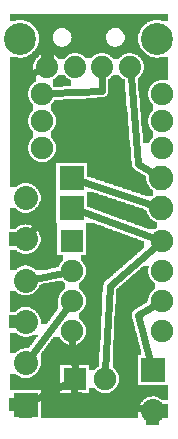
<source format=gbl>
G04 MADE WITH FRITZING*
G04 WWW.FRITZING.ORG*
G04 DOUBLE SIDED*
G04 HOLES PLATED*
G04 CONTOUR ON CENTER OF CONTOUR VECTOR*
%ASAXBY*%
%FSLAX23Y23*%
%MOIN*%
%OFA0B0*%
%SFA1.0B1.0*%
%ADD10C,0.075000*%
%ADD11C,0.074000*%
%ADD12C,0.106614*%
%ADD13C,0.082000*%
%ADD14C,0.080000*%
%ADD15R,0.075000X0.075000*%
%ADD16R,0.082000X0.082000*%
%ADD17R,0.080000X0.080000*%
%ADD18C,0.024000*%
%LNCOPPER0*%
G90*
G70*
G54D10*
X375Y1061D03*
X349Y615D03*
G54D11*
X440Y1209D03*
X346Y1209D03*
X258Y1209D03*
X164Y1209D03*
G54D12*
X74Y1304D03*
X530Y1304D03*
G54D10*
X146Y939D03*
X546Y939D03*
X146Y1119D03*
X546Y1119D03*
X256Y169D03*
X356Y169D03*
G54D13*
X246Y739D03*
X544Y739D03*
X246Y839D03*
X544Y839D03*
G54D14*
X516Y199D03*
X516Y61D03*
X92Y84D03*
X92Y222D03*
X92Y360D03*
X92Y497D03*
X92Y635D03*
X92Y773D03*
G54D10*
X246Y629D03*
X546Y629D03*
X246Y529D03*
X546Y529D03*
X246Y429D03*
X546Y429D03*
X246Y329D03*
X546Y329D03*
X146Y1029D03*
X546Y1029D03*
G54D15*
X256Y169D03*
G54D16*
X245Y739D03*
X245Y839D03*
G54D17*
X516Y199D03*
X92Y84D03*
G54D15*
X246Y629D03*
G54D18*
X218Y523D02*
X123Y504D01*
D02*
X522Y415D02*
X468Y382D01*
X468Y382D02*
X508Y229D01*
D02*
X514Y750D02*
X277Y829D01*
D02*
X346Y1180D02*
X346Y1130D01*
D02*
X346Y1130D02*
X175Y1121D01*
D02*
X517Y856D02*
X468Y886D01*
X468Y886D02*
X442Y1180D01*
D02*
X277Y728D02*
X520Y639D01*
D02*
X358Y198D02*
X372Y478D01*
X372Y478D02*
X525Y611D01*
D02*
X229Y406D02*
X111Y247D01*
D02*
X255Y198D02*
X248Y301D01*
D02*
X120Y98D02*
X231Y156D01*
D02*
X486Y68D02*
X252Y118D01*
X252Y118D02*
X254Y141D01*
D02*
X138Y1198D02*
X84Y1174D01*
X84Y1174D02*
X84Y886D01*
X84Y886D02*
X156Y862D01*
X156Y862D02*
X156Y718D01*
X156Y718D02*
X111Y660D01*
G36*
X200Y1182D02*
X200Y1180D01*
X198Y1180D01*
X198Y1178D01*
X196Y1178D01*
X196Y1176D01*
X194Y1176D01*
X194Y1174D01*
X192Y1174D01*
X192Y1172D01*
X190Y1172D01*
X190Y1170D01*
X186Y1170D01*
X186Y1168D01*
X182Y1168D01*
X182Y1148D01*
X184Y1148D01*
X184Y1144D01*
X216Y1144D01*
X216Y1146D01*
X244Y1146D01*
X244Y1166D01*
X240Y1166D01*
X240Y1168D01*
X236Y1168D01*
X236Y1170D01*
X232Y1170D01*
X232Y1172D01*
X230Y1172D01*
X230Y1174D01*
X228Y1174D01*
X228Y1176D01*
X226Y1176D01*
X226Y1178D01*
X224Y1178D01*
X224Y1180D01*
X222Y1180D01*
X222Y1182D01*
X200Y1182D01*
G37*
D02*
G36*
X296Y792D02*
X296Y744D01*
X300Y744D01*
X300Y742D01*
X306Y742D01*
X306Y740D01*
X310Y740D01*
X310Y738D01*
X316Y738D01*
X316Y736D01*
X322Y736D01*
X322Y734D01*
X328Y734D01*
X328Y732D01*
X332Y732D01*
X332Y730D01*
X338Y730D01*
X338Y728D01*
X344Y728D01*
X344Y726D01*
X350Y726D01*
X350Y724D01*
X354Y724D01*
X354Y722D01*
X360Y722D01*
X360Y720D01*
X366Y720D01*
X366Y718D01*
X370Y718D01*
X370Y716D01*
X376Y716D01*
X376Y714D01*
X382Y714D01*
X382Y712D01*
X388Y712D01*
X388Y710D01*
X392Y710D01*
X392Y708D01*
X398Y708D01*
X398Y706D01*
X404Y706D01*
X404Y704D01*
X410Y704D01*
X410Y702D01*
X414Y702D01*
X414Y700D01*
X420Y700D01*
X420Y698D01*
X426Y698D01*
X426Y696D01*
X430Y696D01*
X430Y694D01*
X436Y694D01*
X436Y692D01*
X442Y692D01*
X442Y690D01*
X448Y690D01*
X448Y688D01*
X452Y688D01*
X452Y686D01*
X458Y686D01*
X458Y684D01*
X464Y684D01*
X464Y682D01*
X470Y682D01*
X470Y680D01*
X474Y680D01*
X474Y678D01*
X480Y678D01*
X480Y676D01*
X486Y676D01*
X486Y674D01*
X490Y674D01*
X490Y672D01*
X496Y672D01*
X496Y670D01*
X502Y670D01*
X502Y668D01*
X522Y668D01*
X522Y670D01*
X526Y670D01*
X526Y672D01*
X530Y672D01*
X530Y692D01*
X526Y692D01*
X526Y694D01*
X522Y694D01*
X522Y696D01*
X518Y696D01*
X518Y698D01*
X516Y698D01*
X516Y700D01*
X514Y700D01*
X514Y702D01*
X510Y702D01*
X510Y704D01*
X508Y704D01*
X508Y708D01*
X506Y708D01*
X506Y710D01*
X504Y710D01*
X504Y712D01*
X502Y712D01*
X502Y716D01*
X500Y716D01*
X500Y718D01*
X498Y718D01*
X498Y722D01*
X496Y722D01*
X496Y728D01*
X494Y728D01*
X494Y734D01*
X488Y734D01*
X488Y736D01*
X482Y736D01*
X482Y738D01*
X476Y738D01*
X476Y740D01*
X470Y740D01*
X470Y742D01*
X464Y742D01*
X464Y744D01*
X458Y744D01*
X458Y746D01*
X452Y746D01*
X452Y748D01*
X446Y748D01*
X446Y750D01*
X440Y750D01*
X440Y752D01*
X434Y752D01*
X434Y754D01*
X428Y754D01*
X428Y756D01*
X422Y756D01*
X422Y758D01*
X416Y758D01*
X416Y760D01*
X410Y760D01*
X410Y762D01*
X404Y762D01*
X404Y764D01*
X398Y764D01*
X398Y766D01*
X392Y766D01*
X392Y768D01*
X386Y768D01*
X386Y770D01*
X380Y770D01*
X380Y772D01*
X374Y772D01*
X374Y774D01*
X368Y774D01*
X368Y776D01*
X362Y776D01*
X362Y778D01*
X356Y778D01*
X356Y780D01*
X350Y780D01*
X350Y782D01*
X344Y782D01*
X344Y784D01*
X338Y784D01*
X338Y786D01*
X332Y786D01*
X332Y788D01*
X326Y788D01*
X326Y790D01*
X320Y790D01*
X320Y792D01*
X296Y792D01*
G37*
D02*
G36*
X40Y1386D02*
X40Y1366D01*
X544Y1366D01*
X544Y1364D01*
X568Y1364D01*
X568Y1386D01*
X40Y1386D01*
G37*
D02*
G36*
X40Y1366D02*
X40Y1364D01*
X60Y1364D01*
X60Y1366D01*
X40Y1366D01*
G37*
D02*
G36*
X88Y1366D02*
X88Y1364D01*
X94Y1364D01*
X94Y1362D01*
X98Y1362D01*
X98Y1360D01*
X102Y1360D01*
X102Y1358D01*
X106Y1358D01*
X106Y1356D01*
X110Y1356D01*
X110Y1354D01*
X112Y1354D01*
X112Y1352D01*
X114Y1352D01*
X114Y1350D01*
X116Y1350D01*
X116Y1348D01*
X118Y1348D01*
X118Y1346D01*
X120Y1346D01*
X120Y1344D01*
X122Y1344D01*
X122Y1342D01*
X124Y1342D01*
X124Y1340D01*
X394Y1340D01*
X394Y1338D01*
X402Y1338D01*
X402Y1336D01*
X406Y1336D01*
X406Y1334D01*
X408Y1334D01*
X408Y1332D01*
X410Y1332D01*
X410Y1330D01*
X412Y1330D01*
X412Y1328D01*
X414Y1328D01*
X414Y1326D01*
X416Y1326D01*
X416Y1324D01*
X418Y1324D01*
X418Y1320D01*
X420Y1320D01*
X420Y1316D01*
X422Y1316D01*
X422Y1300D01*
X420Y1300D01*
X420Y1294D01*
X418Y1294D01*
X418Y1292D01*
X416Y1292D01*
X416Y1288D01*
X414Y1288D01*
X414Y1286D01*
X412Y1286D01*
X412Y1284D01*
X410Y1284D01*
X410Y1282D01*
X406Y1282D01*
X406Y1280D01*
X402Y1280D01*
X402Y1278D01*
X398Y1278D01*
X398Y1276D01*
X474Y1276D01*
X474Y1278D01*
X472Y1278D01*
X472Y1284D01*
X470Y1284D01*
X470Y1290D01*
X468Y1290D01*
X468Y1318D01*
X470Y1318D01*
X470Y1324D01*
X472Y1324D01*
X472Y1328D01*
X474Y1328D01*
X474Y1332D01*
X476Y1332D01*
X476Y1336D01*
X478Y1336D01*
X478Y1338D01*
X480Y1338D01*
X480Y1342D01*
X482Y1342D01*
X482Y1344D01*
X484Y1344D01*
X484Y1346D01*
X486Y1346D01*
X486Y1348D01*
X488Y1348D01*
X488Y1350D01*
X490Y1350D01*
X490Y1352D01*
X492Y1352D01*
X492Y1354D01*
X496Y1354D01*
X496Y1356D01*
X498Y1356D01*
X498Y1358D01*
X502Y1358D01*
X502Y1360D01*
X506Y1360D01*
X506Y1362D01*
X510Y1362D01*
X510Y1364D01*
X516Y1364D01*
X516Y1366D01*
X88Y1366D01*
G37*
D02*
G36*
X126Y1340D02*
X126Y1336D01*
X128Y1336D01*
X128Y1332D01*
X130Y1332D01*
X130Y1328D01*
X132Y1328D01*
X132Y1324D01*
X134Y1324D01*
X134Y1318D01*
X136Y1318D01*
X136Y1290D01*
X134Y1290D01*
X134Y1284D01*
X132Y1284D01*
X132Y1278D01*
X130Y1278D01*
X130Y1276D01*
X206Y1276D01*
X206Y1278D01*
X202Y1278D01*
X202Y1280D01*
X198Y1280D01*
X198Y1282D01*
X194Y1282D01*
X194Y1284D01*
X192Y1284D01*
X192Y1286D01*
X190Y1286D01*
X190Y1288D01*
X188Y1288D01*
X188Y1292D01*
X186Y1292D01*
X186Y1296D01*
X184Y1296D01*
X184Y1300D01*
X182Y1300D01*
X182Y1316D01*
X184Y1316D01*
X184Y1320D01*
X186Y1320D01*
X186Y1324D01*
X188Y1324D01*
X188Y1326D01*
X190Y1326D01*
X190Y1328D01*
X192Y1328D01*
X192Y1330D01*
X194Y1330D01*
X194Y1332D01*
X196Y1332D01*
X196Y1334D01*
X198Y1334D01*
X198Y1336D01*
X202Y1336D01*
X202Y1338D01*
X210Y1338D01*
X210Y1340D01*
X126Y1340D01*
G37*
D02*
G36*
X216Y1340D02*
X216Y1338D01*
X224Y1338D01*
X224Y1336D01*
X228Y1336D01*
X228Y1334D01*
X232Y1334D01*
X232Y1332D01*
X234Y1332D01*
X234Y1330D01*
X236Y1330D01*
X236Y1328D01*
X238Y1328D01*
X238Y1326D01*
X240Y1326D01*
X240Y1322D01*
X242Y1322D01*
X242Y1318D01*
X244Y1318D01*
X244Y1308D01*
X246Y1308D01*
X246Y1306D01*
X244Y1306D01*
X244Y1298D01*
X242Y1298D01*
X242Y1294D01*
X240Y1294D01*
X240Y1290D01*
X238Y1290D01*
X238Y1288D01*
X236Y1288D01*
X236Y1286D01*
X234Y1286D01*
X234Y1284D01*
X232Y1284D01*
X232Y1282D01*
X230Y1282D01*
X230Y1280D01*
X226Y1280D01*
X226Y1278D01*
X220Y1278D01*
X220Y1276D01*
X384Y1276D01*
X384Y1278D01*
X378Y1278D01*
X378Y1280D01*
X374Y1280D01*
X374Y1282D01*
X372Y1282D01*
X372Y1284D01*
X370Y1284D01*
X370Y1286D01*
X368Y1286D01*
X368Y1288D01*
X366Y1288D01*
X366Y1290D01*
X364Y1290D01*
X364Y1294D01*
X362Y1294D01*
X362Y1298D01*
X360Y1298D01*
X360Y1318D01*
X362Y1318D01*
X362Y1322D01*
X364Y1322D01*
X364Y1324D01*
X366Y1324D01*
X366Y1328D01*
X368Y1328D01*
X368Y1330D01*
X370Y1330D01*
X370Y1332D01*
X372Y1332D01*
X372Y1334D01*
X376Y1334D01*
X376Y1336D01*
X380Y1336D01*
X380Y1338D01*
X388Y1338D01*
X388Y1340D01*
X216Y1340D01*
G37*
D02*
G36*
X130Y1276D02*
X130Y1274D01*
X474Y1274D01*
X474Y1276D01*
X130Y1276D01*
G37*
D02*
G36*
X130Y1276D02*
X130Y1274D01*
X474Y1274D01*
X474Y1276D01*
X130Y1276D01*
G37*
D02*
G36*
X130Y1276D02*
X130Y1274D01*
X474Y1274D01*
X474Y1276D01*
X130Y1276D01*
G37*
D02*
G36*
X128Y1274D02*
X128Y1272D01*
X126Y1272D01*
X126Y1268D01*
X124Y1268D01*
X124Y1266D01*
X122Y1266D01*
X122Y1264D01*
X120Y1264D01*
X120Y1262D01*
X118Y1262D01*
X118Y1260D01*
X116Y1260D01*
X116Y1258D01*
X114Y1258D01*
X114Y1256D01*
X448Y1256D01*
X448Y1254D01*
X454Y1254D01*
X454Y1252D01*
X458Y1252D01*
X458Y1250D01*
X462Y1250D01*
X462Y1248D01*
X466Y1248D01*
X466Y1246D01*
X468Y1246D01*
X468Y1244D01*
X470Y1244D01*
X470Y1242D01*
X472Y1242D01*
X472Y1240D01*
X522Y1240D01*
X522Y1242D01*
X514Y1242D01*
X514Y1244D01*
X508Y1244D01*
X508Y1246D01*
X504Y1246D01*
X504Y1248D01*
X500Y1248D01*
X500Y1250D01*
X498Y1250D01*
X498Y1252D01*
X494Y1252D01*
X494Y1254D01*
X492Y1254D01*
X492Y1256D01*
X490Y1256D01*
X490Y1258D01*
X488Y1258D01*
X488Y1260D01*
X486Y1260D01*
X486Y1262D01*
X484Y1262D01*
X484Y1264D01*
X482Y1264D01*
X482Y1266D01*
X480Y1266D01*
X480Y1268D01*
X478Y1268D01*
X478Y1272D01*
X476Y1272D01*
X476Y1274D01*
X128Y1274D01*
G37*
D02*
G36*
X112Y1256D02*
X112Y1254D01*
X110Y1254D01*
X110Y1252D01*
X108Y1252D01*
X108Y1250D01*
X104Y1250D01*
X104Y1248D01*
X100Y1248D01*
X100Y1246D01*
X96Y1246D01*
X96Y1244D01*
X90Y1244D01*
X90Y1242D01*
X82Y1242D01*
X82Y1240D01*
X132Y1240D01*
X132Y1242D01*
X134Y1242D01*
X134Y1244D01*
X136Y1244D01*
X136Y1246D01*
X138Y1246D01*
X138Y1248D01*
X142Y1248D01*
X142Y1250D01*
X146Y1250D01*
X146Y1252D01*
X150Y1252D01*
X150Y1254D01*
X156Y1254D01*
X156Y1256D01*
X112Y1256D01*
G37*
D02*
G36*
X174Y1256D02*
X174Y1254D01*
X180Y1254D01*
X180Y1252D01*
X184Y1252D01*
X184Y1250D01*
X186Y1250D01*
X186Y1248D01*
X190Y1248D01*
X190Y1246D01*
X192Y1246D01*
X192Y1244D01*
X194Y1244D01*
X194Y1242D01*
X196Y1242D01*
X196Y1240D01*
X198Y1240D01*
X198Y1238D01*
X200Y1238D01*
X200Y1236D01*
X222Y1236D01*
X222Y1238D01*
X224Y1238D01*
X224Y1240D01*
X226Y1240D01*
X226Y1242D01*
X228Y1242D01*
X228Y1244D01*
X230Y1244D01*
X230Y1246D01*
X232Y1246D01*
X232Y1248D01*
X236Y1248D01*
X236Y1250D01*
X238Y1250D01*
X238Y1252D01*
X242Y1252D01*
X242Y1254D01*
X248Y1254D01*
X248Y1256D01*
X174Y1256D01*
G37*
D02*
G36*
X266Y1256D02*
X266Y1254D01*
X272Y1254D01*
X272Y1252D01*
X276Y1252D01*
X276Y1250D01*
X280Y1250D01*
X280Y1248D01*
X284Y1248D01*
X284Y1246D01*
X286Y1246D01*
X286Y1244D01*
X288Y1244D01*
X288Y1242D01*
X290Y1242D01*
X290Y1240D01*
X292Y1240D01*
X292Y1238D01*
X312Y1238D01*
X312Y1240D01*
X314Y1240D01*
X314Y1242D01*
X316Y1242D01*
X316Y1244D01*
X318Y1244D01*
X318Y1246D01*
X320Y1246D01*
X320Y1248D01*
X324Y1248D01*
X324Y1250D01*
X328Y1250D01*
X328Y1252D01*
X332Y1252D01*
X332Y1254D01*
X338Y1254D01*
X338Y1256D01*
X266Y1256D01*
G37*
D02*
G36*
X356Y1256D02*
X356Y1254D01*
X362Y1254D01*
X362Y1252D01*
X366Y1252D01*
X366Y1250D01*
X368Y1250D01*
X368Y1248D01*
X372Y1248D01*
X372Y1246D01*
X374Y1246D01*
X374Y1244D01*
X376Y1244D01*
X376Y1242D01*
X380Y1242D01*
X380Y1238D01*
X382Y1238D01*
X382Y1236D01*
X404Y1236D01*
X404Y1238D01*
X406Y1238D01*
X406Y1240D01*
X408Y1240D01*
X408Y1242D01*
X410Y1242D01*
X410Y1244D01*
X412Y1244D01*
X412Y1246D01*
X414Y1246D01*
X414Y1248D01*
X418Y1248D01*
X418Y1250D01*
X420Y1250D01*
X420Y1252D01*
X426Y1252D01*
X426Y1254D01*
X430Y1254D01*
X430Y1256D01*
X356Y1256D01*
G37*
D02*
G36*
X548Y1244D02*
X548Y1242D01*
X538Y1242D01*
X538Y1240D01*
X568Y1240D01*
X568Y1244D01*
X548Y1244D01*
G37*
D02*
G36*
X40Y1242D02*
X40Y1240D01*
X66Y1240D01*
X66Y1242D01*
X40Y1242D01*
G37*
D02*
G36*
X40Y1240D02*
X40Y1238D01*
X130Y1238D01*
X130Y1240D01*
X40Y1240D01*
G37*
D02*
G36*
X40Y1240D02*
X40Y1238D01*
X130Y1238D01*
X130Y1240D01*
X40Y1240D01*
G37*
D02*
G36*
X474Y1240D02*
X474Y1238D01*
X568Y1238D01*
X568Y1240D01*
X474Y1240D01*
G37*
D02*
G36*
X474Y1240D02*
X474Y1238D01*
X568Y1238D01*
X568Y1240D01*
X474Y1240D01*
G37*
D02*
G36*
X40Y1238D02*
X40Y892D01*
X138Y892D01*
X138Y894D01*
X132Y894D01*
X132Y896D01*
X128Y896D01*
X128Y898D01*
X124Y898D01*
X124Y900D01*
X120Y900D01*
X120Y902D01*
X118Y902D01*
X118Y904D01*
X116Y904D01*
X116Y906D01*
X114Y906D01*
X114Y908D01*
X112Y908D01*
X112Y910D01*
X110Y910D01*
X110Y912D01*
X108Y912D01*
X108Y916D01*
X106Y916D01*
X106Y918D01*
X104Y918D01*
X104Y922D01*
X102Y922D01*
X102Y928D01*
X100Y928D01*
X100Y938D01*
X98Y938D01*
X98Y940D01*
X100Y940D01*
X100Y950D01*
X102Y950D01*
X102Y956D01*
X104Y956D01*
X104Y960D01*
X106Y960D01*
X106Y964D01*
X108Y964D01*
X108Y966D01*
X110Y966D01*
X110Y968D01*
X112Y968D01*
X112Y970D01*
X114Y970D01*
X114Y972D01*
X116Y972D01*
X116Y974D01*
X118Y974D01*
X118Y994D01*
X116Y994D01*
X116Y996D01*
X114Y996D01*
X114Y998D01*
X112Y998D01*
X112Y1000D01*
X110Y1000D01*
X110Y1002D01*
X108Y1002D01*
X108Y1006D01*
X106Y1006D01*
X106Y1008D01*
X104Y1008D01*
X104Y1012D01*
X102Y1012D01*
X102Y1018D01*
X100Y1018D01*
X100Y1028D01*
X98Y1028D01*
X98Y1030D01*
X100Y1030D01*
X100Y1040D01*
X102Y1040D01*
X102Y1046D01*
X104Y1046D01*
X104Y1050D01*
X106Y1050D01*
X106Y1054D01*
X108Y1054D01*
X108Y1056D01*
X110Y1056D01*
X110Y1058D01*
X112Y1058D01*
X112Y1060D01*
X114Y1060D01*
X114Y1062D01*
X116Y1062D01*
X116Y1064D01*
X118Y1064D01*
X118Y1084D01*
X116Y1084D01*
X116Y1086D01*
X114Y1086D01*
X114Y1088D01*
X112Y1088D01*
X112Y1090D01*
X110Y1090D01*
X110Y1092D01*
X108Y1092D01*
X108Y1096D01*
X106Y1096D01*
X106Y1098D01*
X104Y1098D01*
X104Y1102D01*
X102Y1102D01*
X102Y1108D01*
X100Y1108D01*
X100Y1118D01*
X98Y1118D01*
X98Y1120D01*
X100Y1120D01*
X100Y1130D01*
X102Y1130D01*
X102Y1136D01*
X104Y1136D01*
X104Y1140D01*
X106Y1140D01*
X106Y1144D01*
X108Y1144D01*
X108Y1146D01*
X110Y1146D01*
X110Y1148D01*
X112Y1148D01*
X112Y1150D01*
X114Y1150D01*
X114Y1152D01*
X116Y1152D01*
X116Y1154D01*
X118Y1154D01*
X118Y1156D01*
X120Y1156D01*
X120Y1158D01*
X122Y1158D01*
X122Y1160D01*
X126Y1160D01*
X126Y1162D01*
X128Y1162D01*
X128Y1182D01*
X126Y1182D01*
X126Y1186D01*
X124Y1186D01*
X124Y1190D01*
X122Y1190D01*
X122Y1192D01*
X120Y1192D01*
X120Y1198D01*
X118Y1198D01*
X118Y1220D01*
X120Y1220D01*
X120Y1226D01*
X122Y1226D01*
X122Y1230D01*
X124Y1230D01*
X124Y1232D01*
X126Y1232D01*
X126Y1236D01*
X128Y1236D01*
X128Y1238D01*
X40Y1238D01*
G37*
D02*
G36*
X476Y1238D02*
X476Y1236D01*
X478Y1236D01*
X478Y1232D01*
X480Y1232D01*
X480Y1230D01*
X482Y1230D01*
X482Y1226D01*
X484Y1226D01*
X484Y1220D01*
X486Y1220D01*
X486Y1198D01*
X484Y1198D01*
X484Y1192D01*
X482Y1192D01*
X482Y1188D01*
X480Y1188D01*
X480Y1186D01*
X478Y1186D01*
X478Y1182D01*
X476Y1182D01*
X476Y1180D01*
X474Y1180D01*
X474Y1178D01*
X472Y1178D01*
X472Y1176D01*
X470Y1176D01*
X470Y1174D01*
X468Y1174D01*
X468Y1172D01*
X466Y1172D01*
X466Y1152D01*
X468Y1152D01*
X468Y1128D01*
X470Y1128D01*
X470Y1106D01*
X472Y1106D01*
X472Y1082D01*
X474Y1082D01*
X474Y1060D01*
X476Y1060D01*
X476Y1036D01*
X478Y1036D01*
X478Y1014D01*
X480Y1014D01*
X480Y990D01*
X482Y990D01*
X482Y968D01*
X484Y968D01*
X484Y956D01*
X504Y956D01*
X504Y960D01*
X506Y960D01*
X506Y964D01*
X508Y964D01*
X508Y966D01*
X510Y966D01*
X510Y968D01*
X512Y968D01*
X512Y970D01*
X514Y970D01*
X514Y972D01*
X516Y972D01*
X516Y974D01*
X518Y974D01*
X518Y994D01*
X516Y994D01*
X516Y996D01*
X514Y996D01*
X514Y998D01*
X512Y998D01*
X512Y1000D01*
X510Y1000D01*
X510Y1002D01*
X508Y1002D01*
X508Y1006D01*
X506Y1006D01*
X506Y1008D01*
X504Y1008D01*
X504Y1012D01*
X502Y1012D01*
X502Y1018D01*
X500Y1018D01*
X500Y1028D01*
X498Y1028D01*
X498Y1030D01*
X500Y1030D01*
X500Y1040D01*
X502Y1040D01*
X502Y1046D01*
X504Y1046D01*
X504Y1050D01*
X506Y1050D01*
X506Y1054D01*
X508Y1054D01*
X508Y1056D01*
X510Y1056D01*
X510Y1058D01*
X512Y1058D01*
X512Y1060D01*
X514Y1060D01*
X514Y1062D01*
X516Y1062D01*
X516Y1064D01*
X518Y1064D01*
X518Y1084D01*
X516Y1084D01*
X516Y1086D01*
X514Y1086D01*
X514Y1088D01*
X512Y1088D01*
X512Y1090D01*
X510Y1090D01*
X510Y1092D01*
X508Y1092D01*
X508Y1096D01*
X506Y1096D01*
X506Y1098D01*
X504Y1098D01*
X504Y1102D01*
X502Y1102D01*
X502Y1108D01*
X500Y1108D01*
X500Y1118D01*
X498Y1118D01*
X498Y1120D01*
X500Y1120D01*
X500Y1130D01*
X502Y1130D01*
X502Y1136D01*
X504Y1136D01*
X504Y1140D01*
X506Y1140D01*
X506Y1144D01*
X508Y1144D01*
X508Y1146D01*
X510Y1146D01*
X510Y1148D01*
X512Y1148D01*
X512Y1150D01*
X514Y1150D01*
X514Y1152D01*
X516Y1152D01*
X516Y1154D01*
X518Y1154D01*
X518Y1156D01*
X520Y1156D01*
X520Y1158D01*
X522Y1158D01*
X522Y1160D01*
X526Y1160D01*
X526Y1162D01*
X530Y1162D01*
X530Y1164D01*
X536Y1164D01*
X536Y1166D01*
X568Y1166D01*
X568Y1238D01*
X476Y1238D01*
G37*
D02*
G36*
X382Y1182D02*
X382Y1180D01*
X380Y1180D01*
X380Y1178D01*
X378Y1178D01*
X378Y1176D01*
X376Y1176D01*
X376Y1174D01*
X374Y1174D01*
X374Y1172D01*
X372Y1172D01*
X372Y1170D01*
X368Y1170D01*
X368Y1122D01*
X366Y1122D01*
X366Y1118D01*
X364Y1118D01*
X364Y1116D01*
X362Y1116D01*
X362Y1114D01*
X360Y1114D01*
X360Y1112D01*
X358Y1112D01*
X358Y1110D01*
X352Y1110D01*
X352Y1108D01*
X330Y1108D01*
X330Y1106D01*
X292Y1106D01*
X292Y1104D01*
X254Y1104D01*
X254Y1102D01*
X218Y1102D01*
X218Y1100D01*
X188Y1100D01*
X188Y1098D01*
X186Y1098D01*
X186Y1094D01*
X184Y1094D01*
X184Y1092D01*
X182Y1092D01*
X182Y1090D01*
X180Y1090D01*
X180Y1086D01*
X178Y1086D01*
X178Y1084D01*
X176Y1084D01*
X176Y1064D01*
X178Y1064D01*
X178Y1062D01*
X180Y1062D01*
X180Y1060D01*
X182Y1060D01*
X182Y1058D01*
X184Y1058D01*
X184Y1054D01*
X186Y1054D01*
X186Y1052D01*
X188Y1052D01*
X188Y1048D01*
X190Y1048D01*
X190Y1044D01*
X192Y1044D01*
X192Y1038D01*
X194Y1038D01*
X194Y1022D01*
X192Y1022D01*
X192Y1016D01*
X190Y1016D01*
X190Y1010D01*
X188Y1010D01*
X188Y1008D01*
X186Y1008D01*
X186Y1004D01*
X184Y1004D01*
X184Y1002D01*
X182Y1002D01*
X182Y1000D01*
X180Y1000D01*
X180Y996D01*
X178Y996D01*
X178Y994D01*
X176Y994D01*
X176Y974D01*
X178Y974D01*
X178Y972D01*
X180Y972D01*
X180Y970D01*
X182Y970D01*
X182Y968D01*
X184Y968D01*
X184Y964D01*
X186Y964D01*
X186Y962D01*
X188Y962D01*
X188Y958D01*
X190Y958D01*
X190Y954D01*
X192Y954D01*
X192Y948D01*
X194Y948D01*
X194Y932D01*
X192Y932D01*
X192Y926D01*
X190Y926D01*
X190Y920D01*
X188Y920D01*
X188Y918D01*
X186Y918D01*
X186Y914D01*
X184Y914D01*
X184Y912D01*
X182Y912D01*
X182Y910D01*
X180Y910D01*
X180Y906D01*
X178Y906D01*
X178Y904D01*
X174Y904D01*
X174Y902D01*
X172Y902D01*
X172Y900D01*
X170Y900D01*
X170Y898D01*
X166Y898D01*
X166Y896D01*
X162Y896D01*
X162Y894D01*
X156Y894D01*
X156Y892D01*
X446Y892D01*
X446Y896D01*
X444Y896D01*
X444Y920D01*
X442Y920D01*
X442Y942D01*
X440Y942D01*
X440Y966D01*
X438Y966D01*
X438Y988D01*
X436Y988D01*
X436Y1012D01*
X434Y1012D01*
X434Y1034D01*
X432Y1034D01*
X432Y1058D01*
X430Y1058D01*
X430Y1080D01*
X428Y1080D01*
X428Y1104D01*
X426Y1104D01*
X426Y1126D01*
X424Y1126D01*
X424Y1150D01*
X422Y1150D01*
X422Y1168D01*
X418Y1168D01*
X418Y1170D01*
X414Y1170D01*
X414Y1172D01*
X412Y1172D01*
X412Y1174D01*
X410Y1174D01*
X410Y1176D01*
X408Y1176D01*
X408Y1178D01*
X406Y1178D01*
X406Y1180D01*
X404Y1180D01*
X404Y1182D01*
X382Y1182D01*
G37*
D02*
G36*
X40Y892D02*
X40Y890D01*
X446Y890D01*
X446Y892D01*
X40Y892D01*
G37*
D02*
G36*
X40Y892D02*
X40Y890D01*
X446Y890D01*
X446Y892D01*
X40Y892D01*
G37*
D02*
G36*
X40Y890D02*
X40Y822D01*
X104Y822D01*
X104Y820D01*
X110Y820D01*
X110Y818D01*
X114Y818D01*
X114Y816D01*
X116Y816D01*
X116Y814D01*
X120Y814D01*
X120Y812D01*
X122Y812D01*
X122Y810D01*
X124Y810D01*
X124Y808D01*
X126Y808D01*
X126Y806D01*
X128Y806D01*
X128Y804D01*
X130Y804D01*
X130Y802D01*
X132Y802D01*
X132Y800D01*
X134Y800D01*
X134Y796D01*
X136Y796D01*
X136Y792D01*
X138Y792D01*
X138Y788D01*
X140Y788D01*
X140Y782D01*
X142Y782D01*
X142Y764D01*
X140Y764D01*
X140Y758D01*
X138Y758D01*
X138Y754D01*
X136Y754D01*
X136Y750D01*
X134Y750D01*
X134Y746D01*
X132Y746D01*
X132Y744D01*
X130Y744D01*
X130Y742D01*
X128Y742D01*
X128Y740D01*
X126Y740D01*
X126Y738D01*
X124Y738D01*
X124Y736D01*
X122Y736D01*
X122Y734D01*
X120Y734D01*
X120Y732D01*
X116Y732D01*
X116Y730D01*
X114Y730D01*
X114Y728D01*
X110Y728D01*
X110Y726D01*
X104Y726D01*
X104Y724D01*
X94Y724D01*
X94Y722D01*
X194Y722D01*
X194Y890D01*
X40Y890D01*
G37*
D02*
G36*
X296Y890D02*
X296Y846D01*
X298Y846D01*
X298Y844D01*
X304Y844D01*
X304Y842D01*
X310Y842D01*
X310Y840D01*
X316Y840D01*
X316Y838D01*
X322Y838D01*
X322Y836D01*
X328Y836D01*
X328Y834D01*
X334Y834D01*
X334Y832D01*
X340Y832D01*
X340Y830D01*
X346Y830D01*
X346Y828D01*
X352Y828D01*
X352Y826D01*
X358Y826D01*
X358Y824D01*
X364Y824D01*
X364Y822D01*
X370Y822D01*
X370Y820D01*
X376Y820D01*
X376Y818D01*
X382Y818D01*
X382Y816D01*
X388Y816D01*
X388Y814D01*
X394Y814D01*
X394Y812D01*
X400Y812D01*
X400Y810D01*
X406Y810D01*
X406Y808D01*
X412Y808D01*
X412Y806D01*
X418Y806D01*
X418Y804D01*
X424Y804D01*
X424Y802D01*
X430Y802D01*
X430Y800D01*
X436Y800D01*
X436Y798D01*
X442Y798D01*
X442Y796D01*
X448Y796D01*
X448Y794D01*
X454Y794D01*
X454Y792D01*
X460Y792D01*
X460Y790D01*
X466Y790D01*
X466Y788D01*
X472Y788D01*
X472Y786D01*
X478Y786D01*
X478Y784D01*
X484Y784D01*
X484Y782D01*
X490Y782D01*
X490Y780D01*
X496Y780D01*
X496Y778D01*
X516Y778D01*
X516Y800D01*
X514Y800D01*
X514Y802D01*
X510Y802D01*
X510Y804D01*
X508Y804D01*
X508Y808D01*
X506Y808D01*
X506Y810D01*
X504Y810D01*
X504Y812D01*
X502Y812D01*
X502Y816D01*
X500Y816D01*
X500Y818D01*
X498Y818D01*
X498Y822D01*
X496Y822D01*
X496Y828D01*
X494Y828D01*
X494Y844D01*
X492Y844D01*
X492Y846D01*
X490Y846D01*
X490Y848D01*
X486Y848D01*
X486Y850D01*
X484Y850D01*
X484Y852D01*
X480Y852D01*
X480Y854D01*
X476Y854D01*
X476Y856D01*
X474Y856D01*
X474Y858D01*
X470Y858D01*
X470Y860D01*
X466Y860D01*
X466Y862D01*
X464Y862D01*
X464Y864D01*
X460Y864D01*
X460Y866D01*
X456Y866D01*
X456Y868D01*
X454Y868D01*
X454Y870D01*
X452Y870D01*
X452Y872D01*
X450Y872D01*
X450Y876D01*
X448Y876D01*
X448Y880D01*
X446Y880D01*
X446Y890D01*
X296Y890D01*
G37*
D02*
G36*
X40Y822D02*
X40Y808D01*
X60Y808D01*
X60Y810D01*
X62Y810D01*
X62Y812D01*
X64Y812D01*
X64Y814D01*
X68Y814D01*
X68Y816D01*
X72Y816D01*
X72Y818D01*
X74Y818D01*
X74Y820D01*
X80Y820D01*
X80Y822D01*
X40Y822D01*
G37*
D02*
G36*
X40Y738D02*
X40Y722D01*
X90Y722D01*
X90Y724D01*
X80Y724D01*
X80Y726D01*
X74Y726D01*
X74Y728D01*
X70Y728D01*
X70Y730D01*
X68Y730D01*
X68Y732D01*
X64Y732D01*
X64Y734D01*
X62Y734D01*
X62Y736D01*
X60Y736D01*
X60Y738D01*
X40Y738D01*
G37*
D02*
G36*
X40Y722D02*
X40Y720D01*
X194Y720D01*
X194Y722D01*
X40Y722D01*
G37*
D02*
G36*
X40Y722D02*
X40Y720D01*
X194Y720D01*
X194Y722D01*
X40Y722D01*
G37*
D02*
G36*
X40Y720D02*
X40Y686D01*
X94Y686D01*
X94Y684D01*
X104Y684D01*
X104Y682D01*
X110Y682D01*
X110Y680D01*
X114Y680D01*
X114Y678D01*
X116Y678D01*
X116Y676D01*
X120Y676D01*
X120Y674D01*
X122Y674D01*
X122Y672D01*
X124Y672D01*
X124Y670D01*
X126Y670D01*
X126Y668D01*
X128Y668D01*
X128Y666D01*
X130Y666D01*
X130Y664D01*
X132Y664D01*
X132Y662D01*
X134Y662D01*
X134Y658D01*
X136Y658D01*
X136Y654D01*
X138Y654D01*
X138Y650D01*
X140Y650D01*
X140Y644D01*
X142Y644D01*
X142Y626D01*
X140Y626D01*
X140Y620D01*
X138Y620D01*
X138Y616D01*
X136Y616D01*
X136Y612D01*
X134Y612D01*
X134Y608D01*
X132Y608D01*
X132Y606D01*
X130Y606D01*
X130Y604D01*
X128Y604D01*
X128Y602D01*
X126Y602D01*
X126Y600D01*
X124Y600D01*
X124Y598D01*
X122Y598D01*
X122Y596D01*
X120Y596D01*
X120Y594D01*
X116Y594D01*
X116Y592D01*
X114Y592D01*
X114Y590D01*
X110Y590D01*
X110Y588D01*
X104Y588D01*
X104Y586D01*
X198Y586D01*
X198Y688D01*
X194Y688D01*
X194Y720D01*
X40Y720D01*
G37*
D02*
G36*
X40Y686D02*
X40Y670D01*
X60Y670D01*
X60Y672D01*
X62Y672D01*
X62Y674D01*
X64Y674D01*
X64Y676D01*
X68Y676D01*
X68Y678D01*
X70Y678D01*
X70Y680D01*
X74Y680D01*
X74Y682D01*
X80Y682D01*
X80Y684D01*
X90Y684D01*
X90Y686D01*
X40Y686D01*
G37*
D02*
G36*
X40Y600D02*
X40Y586D01*
X80Y586D01*
X80Y588D01*
X74Y588D01*
X74Y590D01*
X72Y590D01*
X72Y592D01*
X68Y592D01*
X68Y594D01*
X64Y594D01*
X64Y596D01*
X62Y596D01*
X62Y598D01*
X60Y598D01*
X60Y600D01*
X40Y600D01*
G37*
D02*
G36*
X40Y586D02*
X40Y584D01*
X198Y584D01*
X198Y586D01*
X40Y586D01*
G37*
D02*
G36*
X40Y586D02*
X40Y584D01*
X198Y584D01*
X198Y586D01*
X40Y586D01*
G37*
D02*
G36*
X40Y584D02*
X40Y548D01*
X96Y548D01*
X96Y546D01*
X106Y546D01*
X106Y544D01*
X110Y544D01*
X110Y542D01*
X114Y542D01*
X114Y540D01*
X118Y540D01*
X118Y538D01*
X120Y538D01*
X120Y536D01*
X122Y536D01*
X122Y534D01*
X124Y534D01*
X124Y532D01*
X156Y532D01*
X156Y534D01*
X166Y534D01*
X166Y536D01*
X176Y536D01*
X176Y538D01*
X186Y538D01*
X186Y540D01*
X194Y540D01*
X194Y542D01*
X202Y542D01*
X202Y546D01*
X204Y546D01*
X204Y550D01*
X206Y550D01*
X206Y554D01*
X208Y554D01*
X208Y556D01*
X210Y556D01*
X210Y558D01*
X212Y558D01*
X212Y560D01*
X214Y560D01*
X214Y562D01*
X216Y562D01*
X216Y582D01*
X198Y582D01*
X198Y584D01*
X40Y584D01*
G37*
D02*
G36*
X40Y548D02*
X40Y532D01*
X60Y532D01*
X60Y534D01*
X62Y534D01*
X62Y536D01*
X64Y536D01*
X64Y538D01*
X68Y538D01*
X68Y540D01*
X70Y540D01*
X70Y542D01*
X74Y542D01*
X74Y544D01*
X78Y544D01*
X78Y546D01*
X88Y546D01*
X88Y548D01*
X40Y548D01*
G37*
D02*
G36*
X190Y496D02*
X190Y494D01*
X180Y494D01*
X180Y492D01*
X170Y492D01*
X170Y490D01*
X160Y490D01*
X160Y488D01*
X150Y488D01*
X150Y486D01*
X142Y486D01*
X142Y484D01*
X140Y484D01*
X140Y482D01*
X138Y482D01*
X138Y478D01*
X136Y478D01*
X136Y474D01*
X134Y474D01*
X134Y470D01*
X132Y470D01*
X132Y468D01*
X130Y468D01*
X130Y466D01*
X128Y466D01*
X128Y464D01*
X126Y464D01*
X126Y462D01*
X124Y462D01*
X124Y460D01*
X122Y460D01*
X122Y458D01*
X120Y458D01*
X120Y456D01*
X116Y456D01*
X116Y454D01*
X112Y454D01*
X112Y452D01*
X108Y452D01*
X108Y450D01*
X104Y450D01*
X104Y448D01*
X204Y448D01*
X204Y450D01*
X206Y450D01*
X206Y454D01*
X208Y454D01*
X208Y456D01*
X210Y456D01*
X210Y458D01*
X212Y458D01*
X212Y460D01*
X214Y460D01*
X214Y462D01*
X216Y462D01*
X216Y464D01*
X218Y464D01*
X218Y466D01*
X220Y466D01*
X220Y468D01*
X222Y468D01*
X222Y470D01*
X224Y470D01*
X224Y490D01*
X220Y490D01*
X220Y492D01*
X218Y492D01*
X218Y494D01*
X216Y494D01*
X216Y496D01*
X190Y496D01*
G37*
D02*
G36*
X40Y462D02*
X40Y448D01*
X82Y448D01*
X82Y450D01*
X76Y450D01*
X76Y452D01*
X72Y452D01*
X72Y454D01*
X68Y454D01*
X68Y456D01*
X64Y456D01*
X64Y458D01*
X62Y458D01*
X62Y460D01*
X60Y460D01*
X60Y462D01*
X40Y462D01*
G37*
D02*
G36*
X40Y448D02*
X40Y446D01*
X204Y446D01*
X204Y448D01*
X40Y448D01*
G37*
D02*
G36*
X40Y448D02*
X40Y446D01*
X204Y446D01*
X204Y448D01*
X40Y448D01*
G37*
D02*
G36*
X40Y446D02*
X40Y410D01*
X98Y410D01*
X98Y408D01*
X106Y408D01*
X106Y406D01*
X110Y406D01*
X110Y404D01*
X114Y404D01*
X114Y402D01*
X118Y402D01*
X118Y400D01*
X120Y400D01*
X120Y398D01*
X122Y398D01*
X122Y396D01*
X126Y396D01*
X126Y394D01*
X128Y394D01*
X128Y390D01*
X130Y390D01*
X130Y388D01*
X132Y388D01*
X132Y386D01*
X134Y386D01*
X134Y382D01*
X136Y382D01*
X136Y380D01*
X138Y380D01*
X138Y376D01*
X140Y376D01*
X140Y370D01*
X142Y370D01*
X142Y352D01*
X162Y352D01*
X162Y354D01*
X164Y354D01*
X164Y356D01*
X166Y356D01*
X166Y360D01*
X168Y360D01*
X168Y362D01*
X170Y362D01*
X170Y364D01*
X172Y364D01*
X172Y368D01*
X174Y368D01*
X174Y370D01*
X176Y370D01*
X176Y372D01*
X178Y372D01*
X178Y376D01*
X180Y376D01*
X180Y378D01*
X182Y378D01*
X182Y380D01*
X184Y380D01*
X184Y384D01*
X186Y384D01*
X186Y386D01*
X188Y386D01*
X188Y388D01*
X190Y388D01*
X190Y392D01*
X192Y392D01*
X192Y394D01*
X194Y394D01*
X194Y396D01*
X196Y396D01*
X196Y400D01*
X198Y400D01*
X198Y402D01*
X200Y402D01*
X200Y428D01*
X198Y428D01*
X198Y430D01*
X200Y430D01*
X200Y440D01*
X202Y440D01*
X202Y446D01*
X40Y446D01*
G37*
D02*
G36*
X40Y410D02*
X40Y394D01*
X60Y394D01*
X60Y396D01*
X62Y396D01*
X62Y398D01*
X64Y398D01*
X64Y400D01*
X66Y400D01*
X66Y402D01*
X70Y402D01*
X70Y404D01*
X74Y404D01*
X74Y406D01*
X78Y406D01*
X78Y408D01*
X86Y408D01*
X86Y410D01*
X40Y410D01*
G37*
D02*
G36*
X40Y324D02*
X40Y310D01*
X82Y310D01*
X82Y312D01*
X76Y312D01*
X76Y314D01*
X72Y314D01*
X72Y316D01*
X68Y316D01*
X68Y318D01*
X66Y318D01*
X66Y320D01*
X62Y320D01*
X62Y322D01*
X60Y322D01*
X60Y324D01*
X40Y324D01*
G37*
D02*
G36*
X112Y316D02*
X112Y314D01*
X108Y314D01*
X108Y312D01*
X102Y312D01*
X102Y310D01*
X132Y310D01*
X132Y316D01*
X112Y316D01*
G37*
D02*
G36*
X40Y310D02*
X40Y308D01*
X130Y308D01*
X130Y310D01*
X40Y310D01*
G37*
D02*
G36*
X40Y310D02*
X40Y308D01*
X130Y308D01*
X130Y310D01*
X40Y310D01*
G37*
D02*
G36*
X40Y308D02*
X40Y256D01*
X60Y256D01*
X60Y258D01*
X62Y258D01*
X62Y260D01*
X64Y260D01*
X64Y262D01*
X66Y262D01*
X66Y264D01*
X70Y264D01*
X70Y266D01*
X74Y266D01*
X74Y268D01*
X78Y268D01*
X78Y270D01*
X86Y270D01*
X86Y272D01*
X102Y272D01*
X102Y274D01*
X104Y274D01*
X104Y276D01*
X106Y276D01*
X106Y278D01*
X108Y278D01*
X108Y282D01*
X110Y282D01*
X110Y284D01*
X112Y284D01*
X112Y286D01*
X114Y286D01*
X114Y290D01*
X116Y290D01*
X116Y292D01*
X118Y292D01*
X118Y294D01*
X120Y294D01*
X120Y298D01*
X122Y298D01*
X122Y300D01*
X124Y300D01*
X124Y302D01*
X126Y302D01*
X126Y306D01*
X128Y306D01*
X128Y308D01*
X40Y308D01*
G37*
D02*
G36*
X296Y690D02*
X296Y688D01*
X294Y688D01*
X294Y582D01*
X278Y582D01*
X278Y562D01*
X280Y562D01*
X280Y560D01*
X282Y560D01*
X282Y558D01*
X284Y558D01*
X284Y554D01*
X286Y554D01*
X286Y552D01*
X288Y552D01*
X288Y548D01*
X290Y548D01*
X290Y544D01*
X292Y544D01*
X292Y538D01*
X294Y538D01*
X294Y522D01*
X292Y522D01*
X292Y516D01*
X290Y516D01*
X290Y510D01*
X288Y510D01*
X288Y508D01*
X286Y508D01*
X286Y504D01*
X284Y504D01*
X284Y502D01*
X282Y502D01*
X282Y500D01*
X280Y500D01*
X280Y496D01*
X278Y496D01*
X278Y494D01*
X274Y494D01*
X274Y492D01*
X272Y492D01*
X272Y490D01*
X270Y490D01*
X270Y468D01*
X272Y468D01*
X272Y466D01*
X276Y466D01*
X276Y464D01*
X278Y464D01*
X278Y462D01*
X280Y462D01*
X280Y460D01*
X282Y460D01*
X282Y458D01*
X284Y458D01*
X284Y454D01*
X286Y454D01*
X286Y452D01*
X288Y452D01*
X288Y448D01*
X290Y448D01*
X290Y444D01*
X292Y444D01*
X292Y438D01*
X294Y438D01*
X294Y422D01*
X292Y422D01*
X292Y416D01*
X290Y416D01*
X290Y410D01*
X288Y410D01*
X288Y408D01*
X286Y408D01*
X286Y404D01*
X284Y404D01*
X284Y402D01*
X282Y402D01*
X282Y400D01*
X280Y400D01*
X280Y396D01*
X278Y396D01*
X278Y394D01*
X274Y394D01*
X274Y392D01*
X272Y392D01*
X272Y390D01*
X270Y390D01*
X270Y368D01*
X272Y368D01*
X272Y366D01*
X276Y366D01*
X276Y364D01*
X278Y364D01*
X278Y362D01*
X280Y362D01*
X280Y360D01*
X282Y360D01*
X282Y358D01*
X284Y358D01*
X284Y354D01*
X286Y354D01*
X286Y352D01*
X288Y352D01*
X288Y348D01*
X290Y348D01*
X290Y344D01*
X292Y344D01*
X292Y338D01*
X294Y338D01*
X294Y322D01*
X292Y322D01*
X292Y316D01*
X290Y316D01*
X290Y310D01*
X288Y310D01*
X288Y308D01*
X286Y308D01*
X286Y304D01*
X284Y304D01*
X284Y302D01*
X282Y302D01*
X282Y300D01*
X280Y300D01*
X280Y296D01*
X278Y296D01*
X278Y294D01*
X274Y294D01*
X274Y292D01*
X272Y292D01*
X272Y290D01*
X270Y290D01*
X270Y288D01*
X266Y288D01*
X266Y286D01*
X262Y286D01*
X262Y284D01*
X256Y284D01*
X256Y282D01*
X340Y282D01*
X340Y300D01*
X342Y300D01*
X342Y340D01*
X344Y340D01*
X344Y380D01*
X346Y380D01*
X346Y420D01*
X348Y420D01*
X348Y460D01*
X350Y460D01*
X350Y484D01*
X352Y484D01*
X352Y488D01*
X354Y488D01*
X354Y492D01*
X356Y492D01*
X356Y494D01*
X358Y494D01*
X358Y496D01*
X360Y496D01*
X360Y498D01*
X362Y498D01*
X362Y500D01*
X364Y500D01*
X364Y502D01*
X368Y502D01*
X368Y504D01*
X370Y504D01*
X370Y506D01*
X372Y506D01*
X372Y508D01*
X374Y508D01*
X374Y510D01*
X376Y510D01*
X376Y512D01*
X378Y512D01*
X378Y514D01*
X382Y514D01*
X382Y516D01*
X384Y516D01*
X384Y518D01*
X386Y518D01*
X386Y520D01*
X388Y520D01*
X388Y522D01*
X390Y522D01*
X390Y524D01*
X392Y524D01*
X392Y526D01*
X394Y526D01*
X394Y528D01*
X398Y528D01*
X398Y530D01*
X400Y530D01*
X400Y532D01*
X402Y532D01*
X402Y534D01*
X404Y534D01*
X404Y536D01*
X406Y536D01*
X406Y538D01*
X408Y538D01*
X408Y540D01*
X412Y540D01*
X412Y542D01*
X414Y542D01*
X414Y544D01*
X416Y544D01*
X416Y546D01*
X418Y546D01*
X418Y548D01*
X420Y548D01*
X420Y550D01*
X422Y550D01*
X422Y552D01*
X424Y552D01*
X424Y554D01*
X428Y554D01*
X428Y556D01*
X430Y556D01*
X430Y558D01*
X432Y558D01*
X432Y560D01*
X434Y560D01*
X434Y562D01*
X436Y562D01*
X436Y564D01*
X438Y564D01*
X438Y566D01*
X442Y566D01*
X442Y568D01*
X444Y568D01*
X444Y570D01*
X446Y570D01*
X446Y572D01*
X448Y572D01*
X448Y574D01*
X450Y574D01*
X450Y576D01*
X452Y576D01*
X452Y578D01*
X454Y578D01*
X454Y580D01*
X458Y580D01*
X458Y582D01*
X460Y582D01*
X460Y584D01*
X462Y584D01*
X462Y586D01*
X464Y586D01*
X464Y588D01*
X466Y588D01*
X466Y590D01*
X468Y590D01*
X468Y592D01*
X472Y592D01*
X472Y594D01*
X474Y594D01*
X474Y596D01*
X476Y596D01*
X476Y598D01*
X478Y598D01*
X478Y600D01*
X480Y600D01*
X480Y602D01*
X482Y602D01*
X482Y604D01*
X484Y604D01*
X484Y606D01*
X488Y606D01*
X488Y628D01*
X484Y628D01*
X484Y630D01*
X478Y630D01*
X478Y632D01*
X472Y632D01*
X472Y634D01*
X466Y634D01*
X466Y636D01*
X462Y636D01*
X462Y638D01*
X456Y638D01*
X456Y640D01*
X450Y640D01*
X450Y642D01*
X444Y642D01*
X444Y644D01*
X440Y644D01*
X440Y646D01*
X434Y646D01*
X434Y648D01*
X428Y648D01*
X428Y650D01*
X424Y650D01*
X424Y652D01*
X418Y652D01*
X418Y654D01*
X412Y654D01*
X412Y656D01*
X406Y656D01*
X406Y658D01*
X402Y658D01*
X402Y660D01*
X396Y660D01*
X396Y662D01*
X390Y662D01*
X390Y664D01*
X384Y664D01*
X384Y666D01*
X380Y666D01*
X380Y668D01*
X374Y668D01*
X374Y670D01*
X368Y670D01*
X368Y672D01*
X364Y672D01*
X364Y674D01*
X358Y674D01*
X358Y676D01*
X352Y676D01*
X352Y678D01*
X346Y678D01*
X346Y680D01*
X342Y680D01*
X342Y682D01*
X336Y682D01*
X336Y684D01*
X330Y684D01*
X330Y686D01*
X324Y686D01*
X324Y688D01*
X320Y688D01*
X320Y690D01*
X296Y690D01*
G37*
D02*
G36*
X482Y546D02*
X482Y544D01*
X480Y544D01*
X480Y542D01*
X478Y542D01*
X478Y540D01*
X476Y540D01*
X476Y538D01*
X474Y538D01*
X474Y536D01*
X472Y536D01*
X472Y534D01*
X470Y534D01*
X470Y532D01*
X466Y532D01*
X466Y530D01*
X464Y530D01*
X464Y528D01*
X462Y528D01*
X462Y526D01*
X460Y526D01*
X460Y524D01*
X458Y524D01*
X458Y522D01*
X456Y522D01*
X456Y520D01*
X452Y520D01*
X452Y518D01*
X450Y518D01*
X450Y516D01*
X448Y516D01*
X448Y514D01*
X446Y514D01*
X446Y512D01*
X444Y512D01*
X444Y510D01*
X442Y510D01*
X442Y508D01*
X440Y508D01*
X440Y506D01*
X436Y506D01*
X436Y504D01*
X434Y504D01*
X434Y502D01*
X432Y502D01*
X432Y500D01*
X430Y500D01*
X430Y498D01*
X428Y498D01*
X428Y496D01*
X426Y496D01*
X426Y494D01*
X422Y494D01*
X422Y492D01*
X420Y492D01*
X420Y490D01*
X418Y490D01*
X418Y488D01*
X416Y488D01*
X416Y486D01*
X414Y486D01*
X414Y484D01*
X412Y484D01*
X412Y482D01*
X410Y482D01*
X410Y480D01*
X406Y480D01*
X406Y478D01*
X404Y478D01*
X404Y476D01*
X402Y476D01*
X402Y474D01*
X400Y474D01*
X400Y472D01*
X398Y472D01*
X398Y470D01*
X396Y470D01*
X396Y468D01*
X394Y468D01*
X394Y458D01*
X392Y458D01*
X392Y418D01*
X390Y418D01*
X390Y378D01*
X388Y378D01*
X388Y338D01*
X386Y338D01*
X386Y298D01*
X384Y298D01*
X384Y258D01*
X382Y258D01*
X382Y206D01*
X386Y206D01*
X386Y204D01*
X388Y204D01*
X388Y202D01*
X390Y202D01*
X390Y200D01*
X392Y200D01*
X392Y198D01*
X394Y198D01*
X394Y194D01*
X396Y194D01*
X396Y192D01*
X398Y192D01*
X398Y188D01*
X400Y188D01*
X400Y184D01*
X402Y184D01*
X402Y178D01*
X404Y178D01*
X404Y162D01*
X402Y162D01*
X402Y156D01*
X400Y156D01*
X400Y150D01*
X398Y150D01*
X398Y148D01*
X396Y148D01*
X396Y144D01*
X394Y144D01*
X394Y142D01*
X392Y142D01*
X392Y140D01*
X390Y140D01*
X390Y136D01*
X388Y136D01*
X388Y134D01*
X384Y134D01*
X384Y132D01*
X382Y132D01*
X382Y130D01*
X380Y130D01*
X380Y128D01*
X376Y128D01*
X376Y126D01*
X372Y126D01*
X372Y124D01*
X366Y124D01*
X366Y122D01*
X568Y122D01*
X568Y150D01*
X466Y150D01*
X466Y248D01*
X468Y248D01*
X468Y250D01*
X476Y250D01*
X476Y270D01*
X474Y270D01*
X474Y278D01*
X472Y278D01*
X472Y284D01*
X470Y284D01*
X470Y292D01*
X468Y292D01*
X468Y300D01*
X466Y300D01*
X466Y308D01*
X464Y308D01*
X464Y314D01*
X462Y314D01*
X462Y322D01*
X460Y322D01*
X460Y330D01*
X458Y330D01*
X458Y338D01*
X456Y338D01*
X456Y346D01*
X454Y346D01*
X454Y352D01*
X452Y352D01*
X452Y360D01*
X450Y360D01*
X450Y368D01*
X448Y368D01*
X448Y376D01*
X446Y376D01*
X446Y388D01*
X448Y388D01*
X448Y394D01*
X450Y394D01*
X450Y396D01*
X452Y396D01*
X452Y398D01*
X454Y398D01*
X454Y400D01*
X456Y400D01*
X456Y402D01*
X460Y402D01*
X460Y404D01*
X464Y404D01*
X464Y406D01*
X466Y406D01*
X466Y408D01*
X470Y408D01*
X470Y410D01*
X474Y410D01*
X474Y412D01*
X476Y412D01*
X476Y414D01*
X480Y414D01*
X480Y416D01*
X484Y416D01*
X484Y418D01*
X486Y418D01*
X486Y420D01*
X490Y420D01*
X490Y422D01*
X494Y422D01*
X494Y424D01*
X496Y424D01*
X496Y426D01*
X498Y426D01*
X498Y430D01*
X500Y430D01*
X500Y440D01*
X502Y440D01*
X502Y446D01*
X504Y446D01*
X504Y450D01*
X506Y450D01*
X506Y454D01*
X508Y454D01*
X508Y456D01*
X510Y456D01*
X510Y458D01*
X512Y458D01*
X512Y460D01*
X514Y460D01*
X514Y462D01*
X516Y462D01*
X516Y464D01*
X518Y464D01*
X518Y466D01*
X520Y466D01*
X520Y468D01*
X522Y468D01*
X522Y470D01*
X524Y470D01*
X524Y490D01*
X520Y490D01*
X520Y492D01*
X518Y492D01*
X518Y494D01*
X516Y494D01*
X516Y496D01*
X514Y496D01*
X514Y498D01*
X512Y498D01*
X512Y500D01*
X510Y500D01*
X510Y502D01*
X508Y502D01*
X508Y506D01*
X506Y506D01*
X506Y508D01*
X504Y508D01*
X504Y512D01*
X502Y512D01*
X502Y518D01*
X500Y518D01*
X500Y528D01*
X498Y528D01*
X498Y530D01*
X500Y530D01*
X500Y540D01*
X502Y540D01*
X502Y546D01*
X482Y546D01*
G37*
D02*
G36*
X184Y310D02*
X184Y306D01*
X182Y306D01*
X182Y304D01*
X180Y304D01*
X180Y302D01*
X178Y302D01*
X178Y298D01*
X176Y298D01*
X176Y296D01*
X174Y296D01*
X174Y294D01*
X172Y294D01*
X172Y290D01*
X170Y290D01*
X170Y288D01*
X168Y288D01*
X168Y286D01*
X166Y286D01*
X166Y282D01*
X238Y282D01*
X238Y284D01*
X232Y284D01*
X232Y286D01*
X228Y286D01*
X228Y288D01*
X224Y288D01*
X224Y290D01*
X220Y290D01*
X220Y292D01*
X218Y292D01*
X218Y294D01*
X216Y294D01*
X216Y296D01*
X214Y296D01*
X214Y298D01*
X212Y298D01*
X212Y300D01*
X210Y300D01*
X210Y302D01*
X208Y302D01*
X208Y306D01*
X206Y306D01*
X206Y308D01*
X204Y308D01*
X204Y310D01*
X184Y310D01*
G37*
D02*
G36*
X164Y282D02*
X164Y280D01*
X340Y280D01*
X340Y282D01*
X164Y282D01*
G37*
D02*
G36*
X164Y282D02*
X164Y280D01*
X340Y280D01*
X340Y282D01*
X164Y282D01*
G37*
D02*
G36*
X162Y280D02*
X162Y278D01*
X160Y278D01*
X160Y274D01*
X158Y274D01*
X158Y272D01*
X156Y272D01*
X156Y270D01*
X154Y270D01*
X154Y266D01*
X152Y266D01*
X152Y264D01*
X150Y264D01*
X150Y262D01*
X148Y262D01*
X148Y258D01*
X146Y258D01*
X146Y256D01*
X144Y256D01*
X144Y254D01*
X142Y254D01*
X142Y216D01*
X304Y216D01*
X304Y200D01*
X324Y200D01*
X324Y202D01*
X326Y202D01*
X326Y204D01*
X328Y204D01*
X328Y206D01*
X330Y206D01*
X330Y208D01*
X332Y208D01*
X332Y210D01*
X336Y210D01*
X336Y220D01*
X338Y220D01*
X338Y260D01*
X340Y260D01*
X340Y280D01*
X162Y280D01*
G37*
D02*
G36*
X142Y216D02*
X142Y212D01*
X140Y212D01*
X140Y206D01*
X138Y206D01*
X138Y202D01*
X136Y202D01*
X136Y198D01*
X134Y198D01*
X134Y196D01*
X132Y196D01*
X132Y192D01*
X130Y192D01*
X130Y190D01*
X128Y190D01*
X128Y188D01*
X126Y188D01*
X126Y186D01*
X124Y186D01*
X124Y184D01*
X122Y184D01*
X122Y182D01*
X118Y182D01*
X118Y180D01*
X116Y180D01*
X116Y178D01*
X112Y178D01*
X112Y176D01*
X108Y176D01*
X108Y174D01*
X102Y174D01*
X102Y172D01*
X208Y172D01*
X208Y216D01*
X142Y216D01*
G37*
D02*
G36*
X40Y186D02*
X40Y172D01*
X82Y172D01*
X82Y174D01*
X76Y174D01*
X76Y176D01*
X72Y176D01*
X72Y178D01*
X68Y178D01*
X68Y180D01*
X66Y180D01*
X66Y182D01*
X64Y182D01*
X64Y184D01*
X60Y184D01*
X60Y186D01*
X40Y186D01*
G37*
D02*
G36*
X40Y172D02*
X40Y170D01*
X208Y170D01*
X208Y172D01*
X40Y172D01*
G37*
D02*
G36*
X40Y172D02*
X40Y170D01*
X208Y170D01*
X208Y172D01*
X40Y172D01*
G37*
D02*
G36*
X40Y170D02*
X40Y134D01*
X142Y134D01*
X142Y122D01*
X208Y122D01*
X208Y170D01*
X40Y170D01*
G37*
D02*
G36*
X304Y138D02*
X304Y122D01*
X348Y122D01*
X348Y124D01*
X342Y124D01*
X342Y126D01*
X338Y126D01*
X338Y128D01*
X334Y128D01*
X334Y130D01*
X330Y130D01*
X330Y132D01*
X328Y132D01*
X328Y134D01*
X326Y134D01*
X326Y136D01*
X324Y136D01*
X324Y138D01*
X304Y138D01*
G37*
D02*
G36*
X142Y122D02*
X142Y120D01*
X568Y120D01*
X568Y122D01*
X142Y122D01*
G37*
D02*
G36*
X142Y122D02*
X142Y120D01*
X568Y120D01*
X568Y122D01*
X142Y122D01*
G37*
D02*
G36*
X142Y122D02*
X142Y120D01*
X568Y120D01*
X568Y122D01*
X142Y122D01*
G37*
D02*
G36*
X142Y120D02*
X142Y112D01*
X522Y112D01*
X522Y110D01*
X530Y110D01*
X530Y108D01*
X534Y108D01*
X534Y106D01*
X538Y106D01*
X538Y104D01*
X542Y104D01*
X542Y102D01*
X544Y102D01*
X544Y100D01*
X546Y100D01*
X546Y98D01*
X568Y98D01*
X568Y120D01*
X142Y120D01*
G37*
D02*
G36*
X142Y112D02*
X142Y40D01*
X466Y40D01*
X466Y68D01*
X468Y68D01*
X468Y76D01*
X470Y76D01*
X470Y80D01*
X472Y80D01*
X472Y84D01*
X474Y84D01*
X474Y86D01*
X476Y86D01*
X476Y90D01*
X478Y90D01*
X478Y92D01*
X480Y92D01*
X480Y94D01*
X482Y94D01*
X482Y96D01*
X484Y96D01*
X484Y98D01*
X486Y98D01*
X486Y100D01*
X488Y100D01*
X488Y102D01*
X492Y102D01*
X492Y104D01*
X494Y104D01*
X494Y106D01*
X498Y106D01*
X498Y108D01*
X502Y108D01*
X502Y110D01*
X512Y110D01*
X512Y112D01*
X142Y112D01*
G37*
D02*
G36*
X142Y1260D02*
X185Y1260D01*
X185Y1228D01*
X142Y1228D01*
X142Y1260D01*
G37*
D02*
G36*
X493Y44D02*
X538Y44D01*
X538Y16D01*
X493Y16D01*
X493Y44D01*
G37*
D02*
G36*
X534Y85D02*
X566Y85D01*
X566Y40D01*
X534Y40D01*
X534Y85D01*
G37*
D02*
G36*
X38Y659D02*
X72Y659D01*
X72Y614D01*
X38Y614D01*
X38Y659D01*
G37*
D02*
G36*
X69Y66D02*
X114Y66D01*
X114Y40D01*
X69Y40D01*
X69Y66D01*
G37*
D02*
G36*
X38Y107D02*
X72Y107D01*
X72Y62D01*
X38Y62D01*
X38Y107D01*
G37*
D02*
G36*
X38Y383D02*
X72Y383D01*
X72Y338D01*
X38Y338D01*
X38Y383D01*
G37*
D02*
G04 End of Copper0*
M02*
</source>
